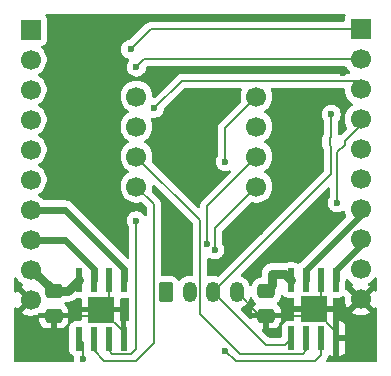
<source format=gbr>
%TF.GenerationSoftware,KiCad,Pcbnew,9.0.2*%
%TF.CreationDate,2025-06-04T21:23:03+09:00*%
%TF.ProjectId,rp2350-motor-board,72703233-3530-42d6-9d6f-746f722d626f,rev?*%
%TF.SameCoordinates,Original*%
%TF.FileFunction,Copper,L2,Bot*%
%TF.FilePolarity,Positive*%
%FSLAX46Y46*%
G04 Gerber Fmt 4.6, Leading zero omitted, Abs format (unit mm)*
G04 Created by KiCad (PCBNEW 9.0.2) date 2025-06-04 21:23:03*
%MOMM*%
%LPD*%
G01*
G04 APERTURE LIST*
G04 Aperture macros list*
%AMRoundRect*
0 Rectangle with rounded corners*
0 $1 Rounding radius*
0 $2 $3 $4 $5 $6 $7 $8 $9 X,Y pos of 4 corners*
0 Add a 4 corners polygon primitive as box body*
4,1,4,$2,$3,$4,$5,$6,$7,$8,$9,$2,$3,0*
0 Add four circle primitives for the rounded corners*
1,1,$1+$1,$2,$3*
1,1,$1+$1,$4,$5*
1,1,$1+$1,$6,$7*
1,1,$1+$1,$8,$9*
0 Add four rect primitives between the rounded corners*
20,1,$1+$1,$2,$3,$4,$5,0*
20,1,$1+$1,$4,$5,$6,$7,0*
20,1,$1+$1,$6,$7,$8,$9,0*
20,1,$1+$1,$8,$9,$2,$3,0*%
G04 Aperture macros list end*
%TA.AperFunction,ComponentPad*%
%ADD10R,1.700000X1.700000*%
%TD*%
%TA.AperFunction,ComponentPad*%
%ADD11C,1.700000*%
%TD*%
%TA.AperFunction,ComponentPad*%
%ADD12RoundRect,0.250000X-0.350000X-0.625000X0.350000X-0.625000X0.350000X0.625000X-0.350000X0.625000X0*%
%TD*%
%TA.AperFunction,ComponentPad*%
%ADD13O,1.200000X1.750000*%
%TD*%
%TA.AperFunction,SMDPad,CuDef*%
%ADD14RoundRect,0.250000X-0.475000X0.337500X-0.475000X-0.337500X0.475000X-0.337500X0.475000X0.337500X0*%
%TD*%
%TA.AperFunction,SMDPad,CuDef*%
%ADD15RoundRect,0.072500X0.217500X-0.912500X0.217500X0.912500X-0.217500X0.912500X-0.217500X-0.912500X0*%
%TD*%
%TA.AperFunction,ComponentPad*%
%ADD16C,2.000000*%
%TD*%
%TA.AperFunction,SMDPad,CuDef*%
%ADD17R,2.285000X2.285000*%
%TD*%
%TA.AperFunction,ViaPad*%
%ADD18C,0.600000*%
%TD*%
%TA.AperFunction,Conductor*%
%ADD19C,0.200000*%
%TD*%
%TA.AperFunction,Conductor*%
%ADD20C,0.800000*%
%TD*%
%TA.AperFunction,Conductor*%
%ADD21C,0.600000*%
%TD*%
G04 APERTURE END LIST*
D10*
%TO.P,J2,1,Pin_1*%
%TO.N,/ADC0*%
X30480000Y28700000D03*
D11*
%TO.P,J2,2,Pin_2*%
%TO.N,/ADC1*%
X30480000Y26160000D03*
%TO.P,J2,3,Pin_3*%
%TO.N,/ADC2*%
X30480000Y23620000D03*
%TO.P,J2,4,Pin_4*%
%TO.N,/PHOTO*%
X30480000Y21080000D03*
%TO.P,J2,5,Pin_5*%
%TO.N,/MOTOR2_ENC_A*%
X30480000Y18540000D03*
%TO.P,J2,6,Pin_6*%
%TO.N,/MOTOR2_ENC_B*%
X30480000Y16000000D03*
%TO.P,J2,7,Pin_7*%
%TO.N,/MOTOR2_OUT1*%
X30480000Y13460000D03*
%TO.P,J2,8,Pin_8*%
%TO.N,/MOTOR2_OUT2*%
X30480000Y10920000D03*
%TO.P,J2,9,Pin_9*%
%TO.N,+BATT1*%
X30480000Y8380000D03*
%TO.P,J2,10,Pin_10*%
%TO.N,GND*%
X30480000Y5840000D03*
%TD*%
D12*
%TO.P,Grove1,1,Pin_1*%
%TO.N,/SCL0*%
X14000000Y6450000D03*
D13*
%TO.P,Grove1,2,Pin_2*%
%TO.N,/SDA0*%
X16000000Y6450000D03*
%TO.P,Grove1,3,Pin_3*%
%TO.N,VCC*%
X18000000Y6450000D03*
%TO.P,Grove1,4,Pin_4*%
%TO.N,GND*%
X20000000Y6450000D03*
%TD*%
D10*
%TO.P,J1,1,Pin_1*%
%TO.N,+5V*%
X2540000Y28660000D03*
D11*
%TO.P,J1,2,Pin_2*%
%TO.N,/PICO_TX*%
X2540000Y26120000D03*
%TO.P,J1,3,Pin_3*%
%TO.N,/PICO_RX*%
X2540000Y23580000D03*
%TO.P,J1,4,Pin_4*%
%TO.N,/SERVO_PWM*%
X2540000Y21040000D03*
%TO.P,J1,5,Pin_5*%
%TO.N,/MOTOR1_ENC_A*%
X2540000Y18500000D03*
%TO.P,J1,6,Pin_6*%
%TO.N,/MOTOR1_ENC_B*%
X2540000Y15960000D03*
%TO.P,J1,7,Pin_7*%
%TO.N,/MOTOR1_OUT1*%
X2540000Y13420000D03*
%TO.P,J1,8,Pin_8*%
%TO.N,/MOTOR1_OUT2*%
X2540000Y10880000D03*
%TO.P,J1,9,Pin_9*%
%TO.N,+BATT*%
X2540000Y8340000D03*
%TO.P,J1,10,Pin_10*%
%TO.N,GND*%
X2540000Y5800000D03*
%TD*%
%TO.P,U2,15,GPIO21/D11/RX1*%
%TO.N,/MOTOR2_IN2*%
X21660000Y23000000D03*
%TO.P,U2,16,GPIO20/D12/TX1*%
%TO.N,/MOTOR1_IN1*%
X21660000Y20460000D03*
%TO.P,U2,17,GPIO17/D13/SCL0*%
%TO.N,/SCL0*%
X21660000Y17920000D03*
%TO.P,U2,18,GPIO16/D14/SDA0*%
%TO.N,/SDA0*%
X21660000Y15380000D03*
%TO.P,U2,19,GPIO11/D15/SPI1_MOSI*%
%TO.N,/MOTOR1_IN2*%
X11500000Y15380000D03*
%TO.P,U2,20,GPIO12/D16/SPI1_MISO*%
%TO.N,/MOTOR2_IN1*%
X11500000Y17920000D03*
%TO.P,U2,21,GPIO10/D17/SPI1_SCK*%
%TO.N,unconnected-(U2-GPIO10{slash}D17{slash}SPI1_SCK-Pad21)*%
X11500000Y20460000D03*
%TO.P,U2,22,GPIO9/D18/SPI1_CS*%
%TO.N,unconnected-(U2-GPIO9{slash}D18{slash}SPI1_CS-Pad22)*%
X11500000Y23000000D03*
%TD*%
D14*
%TO.P,C4,1*%
%TO.N,+BATT*%
X4500000Y6537500D03*
%TO.P,C4,2*%
%TO.N,GND*%
X4500000Y4462500D03*
%TD*%
%TO.P,C2,1*%
%TO.N,+BATT1*%
X22500000Y6537500D03*
%TO.P,C2,2*%
%TO.N,GND*%
X22500000Y4462500D03*
%TD*%
D15*
%TO.P,U1,1,GND*%
%TO.N,GND*%
X28405000Y2530000D03*
%TO.P,U1,2,IN2*%
%TO.N,/MOTOR2_IN2*%
X27135000Y2530000D03*
%TO.P,U1,3,IN1*%
%TO.N,/MOTOR2_IN1*%
X25865000Y2530000D03*
%TO.P,U1,4,VREF*%
%TO.N,VCC*%
X24595000Y2530000D03*
%TO.P,U1,5,VM*%
%TO.N,+BATT1*%
X24595000Y7470000D03*
%TO.P,U1,6,OUT1*%
%TO.N,/MOTOR2_OUT1*%
X25865000Y7470000D03*
%TO.P,U1,7,RS*%
%TO.N,GND*%
X27135000Y7470000D03*
%TO.P,U1,8,OUT2*%
%TO.N,/MOTOR2_OUT2*%
X28405000Y7470000D03*
D16*
%TO.P,U1,9,GND__1*%
%TO.N,GND*%
X26500000Y5000000D03*
D17*
X26500000Y5000000D03*
%TD*%
D15*
%TO.P,U3,1,GND*%
%TO.N,GND*%
X10405000Y2500000D03*
%TO.P,U3,2,IN2*%
%TO.N,/MOTOR1_IN1*%
X9135000Y2500000D03*
%TO.P,U3,3,IN1*%
%TO.N,/MOTOR1_IN2*%
X7865000Y2500000D03*
%TO.P,U3,4,VREF*%
%TO.N,VCC*%
X6595000Y2500000D03*
%TO.P,U3,5,VM*%
%TO.N,+BATT*%
X6595000Y7440000D03*
%TO.P,U3,6,OUT1*%
%TO.N,/MOTOR1_OUT2*%
X7865000Y7440000D03*
%TO.P,U3,7,RS*%
%TO.N,GND*%
X9135000Y7440000D03*
%TO.P,U3,8,OUT2*%
%TO.N,/MOTOR1_OUT1*%
X10405000Y7440000D03*
D16*
%TO.P,U3,9,GND__1*%
%TO.N,GND*%
X8500000Y4970000D03*
D17*
X8500000Y4970000D03*
%TD*%
D18*
%TO.N,GND*%
X16000000Y16500000D03*
X29000000Y22500000D03*
X17000000Y16500000D03*
X21000000Y11500000D03*
X3500000Y2000000D03*
X28000000Y12500000D03*
X14500000Y19000000D03*
X13500000Y19000000D03*
X21000000Y12500000D03*
X29000000Y25000000D03*
X3500000Y1000000D03*
X1500000Y2000000D03*
X16000000Y17500000D03*
X15500000Y11500000D03*
X14500000Y11500000D03*
X2500000Y2000000D03*
X2500000Y1000000D03*
X22000000Y12500000D03*
X15500000Y10500000D03*
X14500000Y10500000D03*
X14500000Y20000000D03*
X17000000Y17500000D03*
X13500000Y20000000D03*
X1500000Y1000000D03*
X27940000Y23500001D03*
X22000000Y11500000D03*
%TO.N,/ADC0*%
X11000000Y27000000D03*
%TO.N,/ADC2*%
X13000000Y22000000D03*
%TO.N,/ADC1*%
X11500000Y25500000D03*
%TO.N,/PHOTO*%
X28500000Y14000000D03*
%TO.N,/MOTOR2_IN2*%
X19000000Y17500000D03*
X19000000Y1500000D03*
%TO.N,/MOTOR1_IN1*%
X11500000Y12500000D03*
%TO.N,VCC*%
X28000000Y21500000D03*
X7000000Y800000D03*
%TO.N,/SCL0*%
X17500000Y10500000D03*
%TO.N,/SDA0*%
X18150000Y10014677D03*
%TO.N,+BATT1*%
X23000000Y8000000D03*
%TD*%
D19*
%TO.N,GND*%
X21987500Y4462500D02*
X22500000Y4462500D01*
X10405000Y3065000D02*
X10405000Y2500000D01*
X28405000Y3095000D02*
X28405000Y2530000D01*
X27135000Y7470000D02*
X27135000Y5635000D01*
X25962500Y4462500D02*
X26500000Y5000000D01*
X4500000Y4462500D02*
X7992500Y4462500D01*
X9135000Y5605000D02*
X8500000Y4970000D01*
X8500000Y4970000D02*
X10405000Y3065000D01*
X22500000Y4462500D02*
X25962500Y4462500D01*
X9135000Y7440000D02*
X9135000Y5605000D01*
X7992500Y4462500D02*
X8500000Y4970000D01*
X20000000Y6450000D02*
X21987500Y4462500D01*
X26500000Y5000000D02*
X28405000Y3095000D01*
X27135000Y5635000D02*
X26500000Y5000000D01*
D20*
%TO.N,+BATT*%
X5692500Y6537500D02*
X6595000Y7440000D01*
X4500000Y6537500D02*
X5692500Y6537500D01*
X2540000Y8340000D02*
X2697500Y8340000D01*
X2697500Y8340000D02*
X4500000Y6537500D01*
D21*
%TO.N,/MOTOR1_OUT1*%
X10405000Y8424999D02*
X10405000Y7440000D01*
X2000000Y13420000D02*
X5409999Y13420000D01*
X2000000Y13420000D02*
X2000000Y13500000D01*
X5409999Y13420000D02*
X10405000Y8424999D01*
%TO.N,/MOTOR1_OUT2*%
X7865000Y8424999D02*
X5409999Y10880000D01*
X7865000Y7440000D02*
X7865000Y8424999D01*
X5409999Y10880000D02*
X2000000Y10880000D01*
D19*
%TO.N,/ADC0*%
X30480000Y28700000D02*
X12700000Y28700000D01*
X12700000Y28700000D02*
X11000000Y27000000D01*
D21*
%TO.N,/MOTOR2_OUT2*%
X28405000Y7470000D02*
X28405000Y8325000D01*
X30480000Y10400000D02*
X30480000Y10920000D01*
X28405000Y8325000D02*
X30480000Y10400000D01*
D19*
%TO.N,/ADC2*%
X30480000Y24140000D02*
X30269997Y24350003D01*
X30480000Y23620000D02*
X30480000Y24140000D01*
X15350003Y24350003D02*
X13000000Y22000000D01*
X30269997Y24350003D02*
X15350003Y24350003D01*
D21*
%TO.N,/MOTOR2_OUT1*%
X25865000Y8325000D02*
X25865000Y7470000D01*
X30480000Y12940000D02*
X25865000Y8325000D01*
X30480000Y13460000D02*
X30480000Y12940000D01*
D19*
%TO.N,/ADC1*%
X30480000Y26160000D02*
X12160000Y26160000D01*
X12160000Y26160000D02*
X11500000Y25500000D01*
%TO.N,/PHOTO*%
X29150000Y18920761D02*
X28500000Y18270761D01*
X28500000Y18270761D02*
X28500000Y14000000D01*
X30480000Y20560000D02*
X29150000Y19230000D01*
X29150000Y19230000D02*
X29150000Y18920761D01*
X30480000Y21080000D02*
X30480000Y20560000D01*
%TO.N,/MOTOR2_IN2*%
X19000000Y17500000D02*
X19000000Y20340000D01*
X26601000Y601000D02*
X19899000Y601000D01*
X27135000Y2530000D02*
X27135000Y1135000D01*
X19000000Y20340000D02*
X21660000Y23000000D01*
X19899000Y601000D02*
X19000000Y1500000D01*
X27135000Y1135000D02*
X26601000Y601000D01*
%TO.N,/MOTOR2_IN1*%
X25563999Y1244000D02*
X20256000Y1244000D01*
X25865000Y2530000D02*
X25865000Y1545001D01*
X16901000Y10179761D02*
X16850000Y10230761D01*
X20256000Y1244000D02*
X16901000Y4599000D01*
X16850000Y12570000D02*
X11500000Y17920000D01*
X16901000Y4599000D02*
X16901000Y10179761D01*
X16850000Y10230761D02*
X16850000Y12570000D01*
X25865000Y1545001D02*
X25563999Y1244000D01*
%TO.N,/MOTOR1_IN2*%
X11500000Y601000D02*
X13000000Y2101000D01*
X13000000Y2101000D02*
X13000000Y13880000D01*
X8779001Y601000D02*
X11500000Y601000D01*
X13000000Y13880000D02*
X11500000Y15380000D01*
X7865000Y1515001D02*
X8779001Y601000D01*
X7865000Y2500000D02*
X7865000Y1515001D01*
%TO.N,/MOTOR1_IN1*%
X11500000Y1644349D02*
X11500000Y12500000D01*
X11050326Y1194675D02*
X11500000Y1644349D01*
X9455326Y1194675D02*
X11050326Y1194675D01*
X9135000Y2500000D02*
X9135000Y1515001D01*
X9135000Y1515001D02*
X9455326Y1194675D01*
%TO.N,VCC*%
X24065000Y2000000D02*
X24595000Y2530000D01*
X27850000Y19459239D02*
X27850000Y18920761D01*
X18000000Y6450000D02*
X22450000Y2000000D01*
X7000000Y2095000D02*
X6595000Y2500000D01*
X6595000Y2500000D02*
X6595000Y1515001D01*
X22450000Y2000000D02*
X24065000Y2000000D01*
X28000000Y18770761D02*
X28000000Y16450000D01*
X28000000Y19609239D02*
X27850000Y19459239D01*
X28000000Y16450000D02*
X18000000Y6450000D01*
X7000000Y800000D02*
X7000000Y2095000D01*
X28000000Y21500000D02*
X28000000Y19609239D01*
X27850000Y18920761D02*
X28000000Y18770761D01*
%TO.N,/SCL0*%
X17500000Y10500000D02*
X17500000Y13760000D01*
X17500000Y13760000D02*
X21660000Y17920000D01*
%TO.N,/SDA0*%
X21660000Y15380000D02*
X18150000Y11870000D01*
X18150000Y11870000D02*
X18150000Y10014677D01*
D20*
%TO.N,+BATT1*%
X24065000Y8000000D02*
X24595000Y7470000D01*
X23000000Y8000000D02*
X24065000Y8000000D01*
X23000000Y7037500D02*
X22500000Y6537500D01*
X23000000Y8000000D02*
X23000000Y7037500D01*
%TD*%
%TA.AperFunction,Conductor*%
%TO.N,GND*%
G36*
X6800539Y5934816D02*
G01*
X6846294Y5882012D01*
X6857500Y5830501D01*
X6857500Y5220000D01*
X8066988Y5220000D01*
X8034075Y5162993D01*
X8000000Y5035826D01*
X8000000Y4904174D01*
X8034075Y4777007D01*
X8066988Y4720000D01*
X6857500Y4720000D01*
X6857500Y4109500D01*
X6837815Y4042461D01*
X6785011Y3996706D01*
X6733500Y3985500D01*
X6339945Y3985500D01*
X6227924Y3970753D01*
X6227913Y3970750D01*
X6088532Y3913017D01*
X6088531Y3913017D01*
X6016710Y3857907D01*
X5968832Y3821168D01*
X5968831Y3821167D01*
X5968830Y3821166D01*
X5887327Y3714952D01*
X5887322Y3714943D01*
X5876986Y3701472D01*
X5859960Y3660370D01*
X5859955Y3660358D01*
X5819248Y3562081D01*
X5804500Y3450061D01*
X5804500Y1549946D01*
X5819247Y1437925D01*
X5819250Y1437914D01*
X5876983Y1298533D01*
X5876983Y1298532D01*
X5876985Y1298529D01*
X5876986Y1298528D01*
X5968832Y1178832D01*
X6088528Y1086986D01*
X6135284Y1067619D01*
X6189687Y1023779D01*
X6211753Y957485D01*
X6209450Y928869D01*
X6199500Y878843D01*
X6199500Y721154D01*
X6213914Y648691D01*
X6207687Y579100D01*
X6164824Y523922D01*
X6098934Y500678D01*
X6092297Y500500D01*
X1259500Y500500D01*
X1192461Y520185D01*
X1146706Y572989D01*
X1135500Y624500D01*
X1135500Y4075014D01*
X3275001Y4075014D01*
X3285494Y3972303D01*
X3340641Y3805881D01*
X3340643Y3805876D01*
X3432684Y3656655D01*
X3556654Y3532685D01*
X3705875Y3440644D01*
X3705880Y3440642D01*
X3872302Y3385495D01*
X3872309Y3385494D01*
X3975019Y3375001D01*
X4249999Y3375001D01*
X4750000Y3375001D01*
X5024972Y3375001D01*
X5024986Y3375002D01*
X5127697Y3385495D01*
X5294119Y3440642D01*
X5294124Y3440644D01*
X5443345Y3532685D01*
X5567317Y3656657D01*
X5638697Y3772384D01*
X5666891Y3828615D01*
X5714505Y3972303D01*
X5714506Y3972310D01*
X5724999Y4075014D01*
X5725000Y4075027D01*
X5725000Y4212500D01*
X4750000Y4212500D01*
X4750000Y3375001D01*
X4249999Y3375001D01*
X4250000Y3375002D01*
X4250000Y4212500D01*
X3275001Y4212500D01*
X3275001Y4075014D01*
X1135500Y4075014D01*
X1135500Y5066360D01*
X1155185Y5133399D01*
X1207989Y5179154D01*
X1277147Y5189098D01*
X1340703Y5160073D01*
X1369985Y5122655D01*
X1385375Y5092450D01*
X1424728Y5038284D01*
X2057037Y5670592D01*
X2074075Y5607007D01*
X2139901Y5492993D01*
X2232993Y5399901D01*
X2347007Y5334075D01*
X2410589Y5317038D01*
X1778282Y4684731D01*
X1778282Y4684730D01*
X1832449Y4645376D01*
X2021782Y4548905D01*
X2223870Y4483243D01*
X2433754Y4450000D01*
X2646246Y4450000D01*
X2856127Y4483243D01*
X2856130Y4483243D01*
X3058222Y4548908D01*
X3145000Y4593124D01*
X3147605Y4597375D01*
X3164685Y4655539D01*
X3217489Y4701294D01*
X3269000Y4712500D01*
X5724999Y4712500D01*
X5724999Y4849972D01*
X5724998Y4849987D01*
X5714505Y4952698D01*
X5659358Y5119120D01*
X5659356Y5119125D01*
X5567315Y5268346D01*
X5443344Y5392317D01*
X5443341Y5392319D01*
X5440339Y5394171D01*
X5438713Y5395979D01*
X5437677Y5396798D01*
X5437817Y5396976D01*
X5417910Y5419109D01*
X5394904Y5443512D01*
X5394626Y5444998D01*
X5393617Y5446120D01*
X5388233Y5479208D01*
X5382070Y5512193D01*
X5382639Y5513593D01*
X5382397Y5515083D01*
X5395755Y5545825D01*
X5408405Y5576910D01*
X5409802Y5578150D01*
X5410243Y5579164D01*
X5434086Y5601120D01*
X5437141Y5603270D01*
X5443656Y5607288D01*
X5445563Y5609196D01*
X5452979Y5614413D01*
X5482900Y5624580D01*
X5512217Y5636407D01*
X5518635Y5636722D01*
X5519135Y5636891D01*
X5519623Y5636770D01*
X5524333Y5637000D01*
X5781193Y5637000D01*
X5781194Y5637001D01*
X5955166Y5671605D01*
X6037106Y5705547D01*
X6119047Y5739487D01*
X6207459Y5798564D01*
X6266536Y5838036D01*
X6346680Y5918181D01*
X6408002Y5951667D01*
X6434362Y5954501D01*
X6733500Y5954501D01*
X6800539Y5934816D01*
G37*
%TD.AperFunction*%
%TA.AperFunction,Conductor*%
G36*
X29067230Y6085137D02*
G01*
X29117220Y6036324D01*
X29132885Y5968233D01*
X29131578Y5956210D01*
X29130000Y5946245D01*
X29130000Y5733754D01*
X29163242Y5523873D01*
X29163242Y5523870D01*
X29228904Y5321783D01*
X29325375Y5132450D01*
X29364728Y5078284D01*
X29997037Y5710592D01*
X30014075Y5647007D01*
X30079901Y5532993D01*
X30172993Y5439901D01*
X30287007Y5374075D01*
X30350590Y5357038D01*
X29718282Y4724731D01*
X29718282Y4724730D01*
X29772449Y4685376D01*
X29961782Y4588905D01*
X30163870Y4523243D01*
X30373754Y4490000D01*
X30586246Y4490000D01*
X30796127Y4523243D01*
X30796130Y4523243D01*
X30998217Y4588905D01*
X31187554Y4685378D01*
X31241716Y4724730D01*
X31241717Y4724730D01*
X30609408Y5357038D01*
X30672993Y5374075D01*
X30787007Y5439901D01*
X30880099Y5532993D01*
X30945925Y5647007D01*
X30962962Y5710592D01*
X31595270Y5078283D01*
X31595270Y5078284D01*
X31634627Y5132453D01*
X31634772Y5132688D01*
X31634850Y5132759D01*
X31637487Y5136388D01*
X31638249Y5135835D01*
X31686583Y5179564D01*
X31755512Y5190988D01*
X31819675Y5163332D01*
X31858701Y5105377D01*
X31864500Y5067900D01*
X31864500Y624500D01*
X31844815Y557461D01*
X31792011Y511706D01*
X31740500Y500500D01*
X27649098Y500500D01*
X27582059Y520185D01*
X27536304Y572989D01*
X27526360Y642147D01*
X27549117Y697847D01*
X27554718Y705483D01*
X27615520Y766284D01*
X27671976Y864069D01*
X27694577Y903215D01*
X27730045Y1035584D01*
X27766408Y1095240D01*
X27829255Y1125769D01*
X27897270Y1118047D01*
X28038044Y1059738D01*
X28038049Y1059737D01*
X28149979Y1045001D01*
X28155000Y1045001D01*
X28655000Y1045001D01*
X28660023Y1045001D01*
X28771949Y1059736D01*
X28771954Y1059738D01*
X28911217Y1117421D01*
X29030811Y1209189D01*
X29122579Y1328783D01*
X29180262Y1468045D01*
X29180263Y1468049D01*
X29194999Y1579970D01*
X29195000Y1579984D01*
X29195000Y2280000D01*
X28655000Y2280000D01*
X28655000Y1045001D01*
X28155000Y1045001D01*
X28155000Y2780000D01*
X28655000Y2780000D01*
X29194999Y2780000D01*
X29194999Y3480023D01*
X29180264Y3591950D01*
X29180262Y3591955D01*
X29122579Y3731218D01*
X29030811Y3850812D01*
X28911217Y3942580D01*
X28771955Y4000263D01*
X28771951Y4000264D01*
X28660030Y4015000D01*
X28655000Y4015000D01*
X28655000Y2780000D01*
X28155000Y2780000D01*
X28155000Y4034806D01*
X28145336Y4052500D01*
X28145332Y4052529D01*
X28145327Y4052539D01*
X28145328Y4052566D01*
X28142500Y4078868D01*
X28142500Y4750000D01*
X26933012Y4750000D01*
X26965925Y4807007D01*
X27000000Y4934174D01*
X27000000Y5065826D01*
X26965925Y5192993D01*
X26933012Y5250000D01*
X28142500Y5250000D01*
X28142500Y5860501D01*
X28162185Y5927540D01*
X28214989Y5973295D01*
X28266496Y5984501D01*
X28660052Y5984501D01*
X28660054Y5984501D01*
X28772075Y5999248D01*
X28772074Y5999248D01*
X28772083Y5999249D01*
X28911472Y6056986D01*
X28933616Y6073979D01*
X28998785Y6099174D01*
X29067230Y6085137D01*
G37*
%TD.AperFunction*%
%TA.AperFunction,Conductor*%
G36*
X10828350Y5956803D02*
G01*
X10880606Y5910423D01*
X10899500Y5844630D01*
X10899500Y4094867D01*
X10879815Y4027828D01*
X10827011Y3982073D01*
X10759315Y3971928D01*
X10660032Y3984999D01*
X10660016Y3985000D01*
X10655000Y3985000D01*
X10655000Y2624000D01*
X10635315Y2556961D01*
X10582511Y2511206D01*
X10531000Y2500000D01*
X10279000Y2500000D01*
X10211961Y2519685D01*
X10166206Y2572489D01*
X10155000Y2624000D01*
X10155000Y4004806D01*
X10145336Y4022500D01*
X10142500Y4048868D01*
X10142500Y4720000D01*
X8933012Y4720000D01*
X8965925Y4777007D01*
X9000000Y4904174D01*
X9000000Y5035826D01*
X8965925Y5162993D01*
X8933012Y5220000D01*
X10142500Y5220000D01*
X10142500Y5830501D01*
X10162185Y5897540D01*
X10214989Y5943295D01*
X10266496Y5954501D01*
X10660052Y5954501D01*
X10660053Y5954501D01*
X10677539Y5956803D01*
X10759317Y5967569D01*
X10828350Y5956803D01*
G37*
%TD.AperFunction*%
%TA.AperFunction,Conductor*%
G36*
X23935927Y6190687D02*
G01*
X23943995Y6181200D01*
X23968832Y6148832D01*
X24088528Y6056986D01*
X24088531Y6056985D01*
X24088532Y6056984D01*
X24146452Y6032993D01*
X24227917Y5999249D01*
X24339947Y5984500D01*
X24733500Y5984501D01*
X24800539Y5964817D01*
X24846294Y5912013D01*
X24857500Y5860501D01*
X24857500Y5250000D01*
X26066988Y5250000D01*
X26034075Y5192993D01*
X26000000Y5065826D01*
X26000000Y4934174D01*
X26034075Y4807007D01*
X26066988Y4750000D01*
X24857500Y4750000D01*
X24857500Y4139500D01*
X24837815Y4072461D01*
X24785011Y4026706D01*
X24733500Y4015500D01*
X24339945Y4015500D01*
X24227924Y4000753D01*
X24227913Y4000750D01*
X24088532Y3943017D01*
X24088531Y3943017D01*
X24049435Y3913017D01*
X23968832Y3851168D01*
X23968831Y3851167D01*
X23968830Y3851166D01*
X23905141Y3768166D01*
X23905138Y3768162D01*
X23876986Y3731472D01*
X23822325Y3599511D01*
X23822315Y3599489D01*
X23819251Y3592090D01*
X23819249Y3592083D01*
X23804500Y3480061D01*
X23804500Y2724500D01*
X23784815Y2657461D01*
X23732011Y2611706D01*
X23680500Y2600500D01*
X22750097Y2600500D01*
X22683058Y2620185D01*
X22662416Y2636819D01*
X22135915Y3163320D01*
X22102430Y3224643D01*
X22107414Y3294335D01*
X22149286Y3350268D01*
X22214750Y3374685D01*
X22223596Y3375001D01*
X22249999Y3375001D01*
X22750000Y3375001D01*
X23024972Y3375001D01*
X23024986Y3375002D01*
X23127697Y3385495D01*
X23294119Y3440642D01*
X23294124Y3440644D01*
X23443345Y3532685D01*
X23567316Y3656656D01*
X23600595Y3710612D01*
X23684225Y3880925D01*
X23714505Y3972303D01*
X23714506Y3972310D01*
X23724999Y4075014D01*
X23725000Y4075027D01*
X23725000Y4212500D01*
X22750000Y4212500D01*
X22750000Y3375001D01*
X22249999Y3375001D01*
X22250000Y3375002D01*
X22250000Y4212500D01*
X21275001Y4212500D01*
X21268549Y4206048D01*
X21207226Y4172563D01*
X21137534Y4177547D01*
X21093187Y4206048D01*
X20355052Y4944183D01*
X20321567Y5005506D01*
X20326551Y5075198D01*
X20368423Y5131131D01*
X20404418Y5149796D01*
X20422256Y5155592D01*
X20576524Y5234196D01*
X20716602Y5335968D01*
X20839032Y5458398D01*
X20940804Y5598476D01*
X21019408Y5752743D01*
X21072912Y5917412D01*
X21075635Y5934602D01*
X21105562Y5997737D01*
X21164873Y6034671D01*
X21234735Y6033675D01*
X21292969Y5995068D01*
X21315814Y5954214D01*
X21340186Y5880666D01*
X21432288Y5731344D01*
X21556344Y5607288D01*
X21556800Y5607007D01*
X21559653Y5605247D01*
X21561445Y5603254D01*
X21562011Y5602807D01*
X21561934Y5602711D01*
X21606379Y5553301D01*
X21617603Y5484339D01*
X21589761Y5420256D01*
X21559665Y5394174D01*
X21556660Y5392321D01*
X21556655Y5392317D01*
X21432684Y5268346D01*
X21340643Y5119125D01*
X21340641Y5119120D01*
X21285494Y4952698D01*
X21285493Y4952691D01*
X21275000Y4849987D01*
X21275000Y4712500D01*
X23724999Y4712500D01*
X23724999Y4849972D01*
X23724998Y4849987D01*
X23714505Y4952698D01*
X23659358Y5119120D01*
X23659356Y5119125D01*
X23567315Y5268346D01*
X23443344Y5392317D01*
X23443341Y5392319D01*
X23440339Y5394171D01*
X23438713Y5395979D01*
X23437677Y5396798D01*
X23437817Y5396976D01*
X23393617Y5446120D01*
X23382397Y5515083D01*
X23410243Y5579164D01*
X23440344Y5605246D01*
X23443656Y5607288D01*
X23567712Y5731344D01*
X23659814Y5880666D01*
X23714999Y6047203D01*
X23722263Y6118315D01*
X23748658Y6183004D01*
X23805839Y6223156D01*
X23875650Y6226020D01*
X23935927Y6190687D01*
G37*
%TD.AperFunction*%
%TA.AperFunction,Conductor*%
G36*
X1340703Y7698971D02*
G01*
X1369985Y7661553D01*
X1384951Y7632180D01*
X1509890Y7460214D01*
X1660213Y7309891D01*
X1832179Y7184952D01*
X1832181Y7184951D01*
X1832184Y7184949D01*
X1841493Y7180206D01*
X1892290Y7132234D01*
X1909087Y7064413D01*
X1886552Y6998278D01*
X1841505Y6959240D01*
X1832446Y6954624D01*
X1832440Y6954620D01*
X1778282Y6915273D01*
X1778282Y6915272D01*
X2410591Y6282963D01*
X2347007Y6265925D01*
X2232993Y6200099D01*
X2139901Y6107007D01*
X2074075Y5992993D01*
X2057037Y5929409D01*
X1424728Y6561718D01*
X1424727Y6561718D01*
X1385380Y6507560D01*
X1385378Y6507557D01*
X1369984Y6477344D01*
X1322009Y6426549D01*
X1254188Y6409754D01*
X1188054Y6432292D01*
X1144603Y6487007D01*
X1135500Y6533640D01*
X1135500Y7605258D01*
X1155185Y7672297D01*
X1207989Y7718052D01*
X1277147Y7727996D01*
X1340703Y7698971D01*
G37*
%TD.AperFunction*%
%TA.AperFunction,Conductor*%
G36*
X29351740Y7575598D02*
G01*
X29356781Y7575919D01*
X29383201Y7561230D01*
X29410703Y7548670D01*
X29415821Y7543094D01*
X29417847Y7541967D01*
X29419240Y7539368D01*
X29429819Y7527842D01*
X29449896Y7500208D01*
X29600213Y7349891D01*
X29772179Y7224952D01*
X29772181Y7224951D01*
X29772184Y7224949D01*
X29781493Y7220206D01*
X29832290Y7172234D01*
X29849087Y7104413D01*
X29826552Y7038278D01*
X29781505Y6999240D01*
X29772446Y6994624D01*
X29772440Y6994620D01*
X29718282Y6955273D01*
X29718282Y6955272D01*
X30350591Y6322963D01*
X30287007Y6305925D01*
X30172993Y6240099D01*
X30079901Y6147007D01*
X30014075Y6032993D01*
X29997037Y5969409D01*
X29364728Y6601718D01*
X29329228Y6598924D01*
X29260851Y6613288D01*
X29211094Y6662340D01*
X29195499Y6722540D01*
X29195499Y7328670D01*
X29195886Y7338458D01*
X29196461Y7345720D01*
X29205500Y7391158D01*
X29205500Y7459860D01*
X29205887Y7464746D01*
X29216667Y7492991D01*
X29225185Y7521996D01*
X29229001Y7525304D01*
X29230803Y7530022D01*
X29255144Y7547956D01*
X29277989Y7567751D01*
X29282987Y7568470D01*
X29287054Y7571466D01*
X29317227Y7573393D01*
X29347147Y7577695D01*
X29351740Y7575598D01*
G37*
%TD.AperFunction*%
%TA.AperFunction,Conductor*%
G36*
X31819670Y7702376D02*
G01*
X31858699Y7644424D01*
X31864500Y7606940D01*
X31864500Y6612100D01*
X31844815Y6545061D01*
X31792011Y6499306D01*
X31722853Y6489362D01*
X31659297Y6518387D01*
X31637746Y6543801D01*
X31637486Y6543612D01*
X31634972Y6547072D01*
X31634778Y6547301D01*
X31634627Y6547546D01*
X31595270Y6601718D01*
X31595269Y6601718D01*
X30962962Y5969410D01*
X30945925Y6032993D01*
X30880099Y6147007D01*
X30787007Y6240099D01*
X30672993Y6305925D01*
X30609409Y6322963D01*
X31241716Y6955272D01*
X31187547Y6994627D01*
X31187547Y6994628D01*
X31178500Y6999237D01*
X31127706Y7047212D01*
X31110912Y7115034D01*
X31133451Y7181168D01*
X31178508Y7220207D01*
X31187816Y7224949D01*
X31302311Y7308134D01*
X31359786Y7349891D01*
X31359788Y7349894D01*
X31359792Y7349896D01*
X31510104Y7500208D01*
X31510106Y7500212D01*
X31510109Y7500214D01*
X31637915Y7676125D01*
X31638868Y7675433D01*
X31686577Y7718601D01*
X31755505Y7730029D01*
X31819670Y7702376D01*
G37*
%TD.AperFunction*%
%TA.AperFunction,Conductor*%
G36*
X27818834Y15317086D02*
G01*
X27874767Y15275214D01*
X27899184Y15209750D01*
X27899500Y15200904D01*
X27899500Y14579766D01*
X27879815Y14512727D01*
X27878602Y14510875D01*
X27790609Y14379186D01*
X27790602Y14379173D01*
X27730264Y14233502D01*
X27730261Y14233490D01*
X27699500Y14078847D01*
X27699500Y13921154D01*
X27730261Y13766511D01*
X27730264Y13766499D01*
X27790602Y13620828D01*
X27790609Y13620815D01*
X27878210Y13489712D01*
X27878213Y13489708D01*
X27989707Y13378214D01*
X27989711Y13378211D01*
X28120814Y13290610D01*
X28120827Y13290603D01*
X28202977Y13256576D01*
X28266503Y13230263D01*
X28421153Y13199501D01*
X28421156Y13199500D01*
X28421158Y13199500D01*
X28578844Y13199500D01*
X28578845Y13199501D01*
X28733497Y13230263D01*
X28879179Y13290606D01*
X28953522Y13340281D01*
X29020198Y13361158D01*
X29087578Y13342674D01*
X29134269Y13290695D01*
X29144885Y13256576D01*
X29162753Y13143761D01*
X29162753Y13143760D01*
X29228442Y12941589D01*
X29230306Y12937090D01*
X29229341Y12936691D01*
X29241303Y12872985D01*
X29215024Y12808246D01*
X29205603Y12797683D01*
X25354712Y8946791D01*
X25354711Y8946789D01*
X25323390Y8915468D01*
X25285568Y8877647D01*
X25224244Y8844163D01*
X25154553Y8849149D01*
X25122402Y8866954D01*
X25101472Y8883014D01*
X25101467Y8883017D01*
X24962086Y8940750D01*
X24962084Y8940751D01*
X24962083Y8940751D01*
X24850053Y8955500D01*
X24339945Y8955500D01*
X24227924Y8940753D01*
X24227916Y8940751D01*
X24153531Y8909939D01*
X24106078Y8900500D01*
X22911306Y8900500D01*
X22737341Y8865897D01*
X22737332Y8865894D01*
X22573459Y8798017D01*
X22573446Y8798010D01*
X22425965Y8699465D01*
X22425961Y8699462D01*
X22300538Y8574039D01*
X22300535Y8574035D01*
X22201990Y8426554D01*
X22201983Y8426541D01*
X22134106Y8262668D01*
X22134103Y8262659D01*
X22099500Y8088696D01*
X22099500Y7749500D01*
X22079815Y7682461D01*
X22027011Y7636706D01*
X21978120Y7626064D01*
X21978141Y7625659D01*
X21975691Y7625535D01*
X21975534Y7625500D01*
X21975015Y7625500D01*
X21974980Y7625499D01*
X21872203Y7615000D01*
X21872200Y7614999D01*
X21705668Y7559815D01*
X21705663Y7559813D01*
X21556342Y7467711D01*
X21432289Y7343658D01*
X21340187Y7194337D01*
X21340185Y7194332D01*
X21289362Y7040957D01*
X21249589Y6983512D01*
X21185073Y6956689D01*
X21116298Y6969004D01*
X21065098Y7016547D01*
X21053725Y7041642D01*
X21019408Y7147258D01*
X20940804Y7301525D01*
X20839032Y7441603D01*
X20716602Y7564033D01*
X20576524Y7665805D01*
X20422255Y7744409D01*
X20404414Y7750206D01*
X20346738Y7789644D01*
X20319540Y7854002D01*
X20331455Y7922849D01*
X20355045Y7955811D01*
X27687821Y15288587D01*
X27749142Y15322070D01*
X27818834Y15317086D01*
G37*
%TD.AperFunction*%
%TA.AperFunction,Conductor*%
G36*
X13055703Y15514616D02*
G01*
X13062167Y15508597D01*
X14523113Y14047652D01*
X16213181Y12357584D01*
X16246666Y12296261D01*
X16249500Y12269903D01*
X16249500Y10317431D01*
X16249499Y10317413D01*
X16249499Y10151707D01*
X16249498Y10151707D01*
X16251226Y10145258D01*
X16290093Y10000206D01*
X16290424Y9998974D01*
X16291058Y9997443D01*
X16291703Y9994198D01*
X16292527Y9991125D01*
X16292325Y9991072D01*
X16300500Y9949984D01*
X16300500Y7936809D01*
X16280815Y7869770D01*
X16228011Y7824015D01*
X16158853Y7814071D01*
X16157124Y7814332D01*
X16086611Y7825500D01*
X15913389Y7825500D01*
X15888690Y7821588D01*
X15742302Y7798403D01*
X15577552Y7744872D01*
X15423211Y7666232D01*
X15283073Y7564415D01*
X15175530Y7456872D01*
X15114207Y7423388D01*
X15044515Y7428372D01*
X14988582Y7470244D01*
X14982310Y7479457D01*
X14967331Y7503742D01*
X14942712Y7543656D01*
X14818656Y7667712D01*
X14725888Y7724931D01*
X14669336Y7759813D01*
X14669331Y7759815D01*
X14660724Y7762667D01*
X14502797Y7814999D01*
X14502795Y7815000D01*
X14400016Y7825500D01*
X14400009Y7825500D01*
X13724500Y7825500D01*
X13657461Y7845185D01*
X13611706Y7897989D01*
X13600500Y7949500D01*
X13600500Y13959057D01*
X13597490Y13970288D01*
X13597489Y13970293D01*
X13578332Y14041788D01*
X13578332Y14041789D01*
X13559577Y14111784D01*
X13514572Y14189736D01*
X13480524Y14248710D01*
X13480521Y14248714D01*
X13480520Y14248716D01*
X13368716Y14360520D01*
X13368715Y14360521D01*
X13364385Y14364851D01*
X13364374Y14364861D01*
X12833757Y14895478D01*
X12800272Y14956801D01*
X12803507Y15021477D01*
X12817246Y15063757D01*
X12850500Y15273713D01*
X12850500Y15420904D01*
X12870185Y15487942D01*
X12922989Y15533697D01*
X12992147Y15543641D01*
X13055703Y15514616D01*
G37*
%TD.AperFunction*%
%TA.AperFunction,Conductor*%
G36*
X29014185Y23746953D02*
G01*
X29023147Y23748241D01*
X29047187Y23737263D01*
X29072539Y23729818D01*
X29078466Y23722978D01*
X29086703Y23719216D01*
X29100992Y23696982D01*
X29118294Y23677014D01*
X29120581Y23666500D01*
X29124477Y23660438D01*
X29129500Y23625503D01*
X29129500Y23513713D01*
X29162754Y23303757D01*
X29226916Y23106287D01*
X29228444Y23101586D01*
X29324951Y22912180D01*
X29449890Y22740214D01*
X29600213Y22589891D01*
X29772182Y22464950D01*
X29780946Y22460484D01*
X29831742Y22412509D01*
X29848536Y22344688D01*
X29825998Y22278553D01*
X29780946Y22239516D01*
X29772182Y22235051D01*
X29600213Y22110110D01*
X29449890Y21959787D01*
X29324951Y21787821D01*
X29228444Y21598415D01*
X29162753Y21396240D01*
X29146022Y21290603D01*
X29129500Y21186287D01*
X29129500Y20973713D01*
X29137970Y20920235D01*
X29153763Y20820520D01*
X29162754Y20763757D01*
X29228443Y20561588D01*
X29323878Y20374286D01*
X29336774Y20305618D01*
X29310498Y20240877D01*
X29301074Y20230311D01*
X28812181Y19741417D01*
X28750858Y19707932D01*
X28681167Y19712916D01*
X28625233Y19754787D01*
X28600816Y19820252D01*
X28600500Y19829098D01*
X28600500Y20920235D01*
X28620185Y20987274D01*
X28621398Y20989126D01*
X28709390Y21120815D01*
X28709390Y21120816D01*
X28709394Y21120821D01*
X28769737Y21266503D01*
X28800500Y21421158D01*
X28800500Y21578842D01*
X28800500Y21578845D01*
X28800499Y21578847D01*
X28793298Y21615049D01*
X28769737Y21733497D01*
X28756062Y21766511D01*
X28709397Y21879173D01*
X28709390Y21879186D01*
X28621789Y22010289D01*
X28621786Y22010293D01*
X28510292Y22121787D01*
X28510288Y22121790D01*
X28379185Y22209391D01*
X28379172Y22209398D01*
X28233501Y22269736D01*
X28233489Y22269739D01*
X28078845Y22300500D01*
X28078842Y22300500D01*
X27921158Y22300500D01*
X27921155Y22300500D01*
X27766510Y22269739D01*
X27766498Y22269736D01*
X27620827Y22209398D01*
X27620814Y22209391D01*
X27489711Y22121790D01*
X27489707Y22121787D01*
X27378213Y22010293D01*
X27378210Y22010289D01*
X27290609Y21879186D01*
X27290602Y21879173D01*
X27230264Y21733502D01*
X27230261Y21733490D01*
X27199500Y21578847D01*
X27199500Y21421154D01*
X27230261Y21266511D01*
X27230264Y21266499D01*
X27290602Y21120828D01*
X27290609Y21120815D01*
X27378602Y20989126D01*
X27399480Y20922449D01*
X27399500Y20920235D01*
X27399500Y19909170D01*
X27394776Y19892563D01*
X27395053Y19876259D01*
X27383576Y19853187D01*
X27380938Y19843910D01*
X27373633Y19832109D01*
X27369480Y19827955D01*
X27348466Y19791557D01*
X27347520Y19789918D01*
X27299929Y19707488D01*
X27290423Y19691024D01*
X27249499Y19538296D01*
X27249499Y19538294D01*
X27249499Y19370193D01*
X27249500Y19370180D01*
X27249500Y19007431D01*
X27249499Y19007413D01*
X27249499Y18841707D01*
X27249498Y18841707D01*
X27249499Y18841704D01*
X27290423Y18688976D01*
X27290424Y18688974D01*
X27290423Y18688974D01*
X27300722Y18671136D01*
X27300769Y18671057D01*
X27301135Y18670423D01*
X27369480Y18552045D01*
X27374413Y18547112D01*
X27382103Y18534170D01*
X27389015Y18507157D01*
X27399069Y18481155D01*
X27399500Y18470831D01*
X27399500Y16750098D01*
X27379815Y16683059D01*
X27363181Y16662417D01*
X18493680Y7792917D01*
X18432357Y7759432D01*
X18367681Y7762667D01*
X18257698Y7798403D01*
X18111310Y7821588D01*
X18086611Y7825500D01*
X17913389Y7825500D01*
X17888690Y7821588D01*
X17742301Y7798403D01*
X17663818Y7772902D01*
X17593976Y7770907D01*
X17534144Y7806988D01*
X17503316Y7869689D01*
X17501500Y7890833D01*
X17501500Y9253250D01*
X17521185Y9320289D01*
X17573989Y9366044D01*
X17643147Y9375988D01*
X17694390Y9356353D01*
X17770821Y9305283D01*
X17770823Y9305282D01*
X17770827Y9305280D01*
X17916498Y9244942D01*
X17916503Y9244940D01*
X18042930Y9219792D01*
X18071153Y9214178D01*
X18071156Y9214177D01*
X18071158Y9214177D01*
X18228844Y9214177D01*
X18228845Y9214178D01*
X18383497Y9244940D01*
X18496166Y9291610D01*
X18529172Y9305280D01*
X18529172Y9305281D01*
X18529179Y9305283D01*
X18660289Y9392888D01*
X18771789Y9504388D01*
X18859394Y9635498D01*
X18919737Y9781180D01*
X18950500Y9935835D01*
X18950500Y10093519D01*
X18950500Y10093522D01*
X18950499Y10093524D01*
X18938926Y10151704D01*
X18919737Y10248174D01*
X18919735Y10248179D01*
X18859397Y10393850D01*
X18859390Y10393863D01*
X18771398Y10525552D01*
X18750520Y10592230D01*
X18750500Y10594443D01*
X18750500Y11569904D01*
X18770185Y11636943D01*
X18786814Y11657580D01*
X21175478Y14046245D01*
X21236799Y14079728D01*
X21301473Y14076494D01*
X21343757Y14062754D01*
X21553713Y14029500D01*
X21553714Y14029500D01*
X21766286Y14029500D01*
X21766287Y14029500D01*
X21976243Y14062754D01*
X22178412Y14128443D01*
X22367816Y14224949D01*
X22389789Y14240914D01*
X22539786Y14349891D01*
X22539788Y14349894D01*
X22539792Y14349896D01*
X22690104Y14500208D01*
X22690106Y14500212D01*
X22690109Y14500214D01*
X22815048Y14672180D01*
X22815047Y14672180D01*
X22815051Y14672184D01*
X22911557Y14861588D01*
X22977246Y15063757D01*
X23010500Y15273713D01*
X23010500Y15486287D01*
X22977246Y15696243D01*
X22911557Y15898412D01*
X22815051Y16087816D01*
X22815049Y16087819D01*
X22815048Y16087821D01*
X22690109Y16259787D01*
X22539786Y16410110D01*
X22367820Y16535049D01*
X22367115Y16535409D01*
X22359054Y16539515D01*
X22308259Y16587488D01*
X22291463Y16655308D01*
X22313999Y16721444D01*
X22359054Y16760485D01*
X22367816Y16764949D01*
X22403136Y16790610D01*
X22539786Y16889891D01*
X22539788Y16889894D01*
X22539792Y16889896D01*
X22690104Y17040208D01*
X22690106Y17040212D01*
X22690109Y17040214D01*
X22815048Y17212180D01*
X22815047Y17212180D01*
X22815051Y17212184D01*
X22911557Y17401588D01*
X22977246Y17603757D01*
X23010500Y17813713D01*
X23010500Y18026287D01*
X22977246Y18236243D01*
X22911557Y18438412D01*
X22815051Y18627816D01*
X22815049Y18627819D01*
X22815048Y18627821D01*
X22690109Y18799787D01*
X22539786Y18950110D01*
X22367820Y19075049D01*
X22367115Y19075409D01*
X22359054Y19079515D01*
X22308259Y19127488D01*
X22291463Y19195308D01*
X22313999Y19261444D01*
X22359054Y19300485D01*
X22367816Y19304949D01*
X22389789Y19320914D01*
X22539786Y19429891D01*
X22539788Y19429894D01*
X22539792Y19429896D01*
X22690104Y19580208D01*
X22690106Y19580212D01*
X22690109Y19580214D01*
X22815048Y19752180D01*
X22815047Y19752180D01*
X22815051Y19752184D01*
X22911557Y19941588D01*
X22977246Y20143757D01*
X23010500Y20353713D01*
X23010500Y20566287D01*
X22977246Y20776243D01*
X22911557Y20978412D01*
X22815051Y21167816D01*
X22815049Y21167819D01*
X22815048Y21167821D01*
X22690109Y21339787D01*
X22539786Y21490110D01*
X22367820Y21615049D01*
X22367115Y21615409D01*
X22359054Y21619515D01*
X22308259Y21667488D01*
X22291463Y21735308D01*
X22313999Y21801444D01*
X22359054Y21840485D01*
X22367816Y21844949D01*
X22414940Y21879186D01*
X22539786Y21969891D01*
X22539788Y21969894D01*
X22539792Y21969896D01*
X22690104Y22120208D01*
X22690106Y22120212D01*
X22690109Y22120214D01*
X22815048Y22292180D01*
X22815047Y22292180D01*
X22815051Y22292184D01*
X22911557Y22481588D01*
X22977246Y22683757D01*
X23010500Y22893713D01*
X23010500Y23106287D01*
X22977246Y23316243D01*
X22911557Y23518412D01*
X22885674Y23569209D01*
X22872779Y23637877D01*
X22899055Y23702617D01*
X22956161Y23742875D01*
X22996160Y23749503D01*
X29005500Y23749503D01*
X29014185Y23746953D01*
G37*
%TD.AperFunction*%
%TA.AperFunction,Conductor*%
G36*
X29160607Y29979815D02*
G01*
X29206362Y29927011D01*
X29216306Y29857853D01*
X29192835Y29801190D01*
X29186206Y29792335D01*
X29186202Y29792329D01*
X29135908Y29657483D01*
X29129501Y29597884D01*
X29129500Y29597865D01*
X29129500Y29424500D01*
X29109815Y29357461D01*
X29057011Y29311706D01*
X29005500Y29300500D01*
X12779057Y29300500D01*
X12620943Y29300500D01*
X12468215Y29259577D01*
X12468214Y29259577D01*
X12468212Y29259576D01*
X12468209Y29259575D01*
X12418096Y29230641D01*
X12418095Y29230640D01*
X12374689Y29205580D01*
X12331285Y29180521D01*
X12331282Y29180519D01*
X10985339Y27834575D01*
X10924016Y27801090D01*
X10921850Y27800639D01*
X10766508Y27769739D01*
X10766498Y27769736D01*
X10620827Y27709398D01*
X10620814Y27709391D01*
X10489711Y27621790D01*
X10489707Y27621787D01*
X10378213Y27510293D01*
X10378210Y27510289D01*
X10290609Y27379186D01*
X10290602Y27379173D01*
X10230264Y27233502D01*
X10230261Y27233490D01*
X10199500Y27078847D01*
X10199500Y26921154D01*
X10230261Y26766511D01*
X10230264Y26766499D01*
X10290602Y26620828D01*
X10290609Y26620815D01*
X10378210Y26489712D01*
X10378213Y26489708D01*
X10489707Y26378214D01*
X10489711Y26378211D01*
X10620814Y26290610D01*
X10620827Y26290603D01*
X10766498Y26230265D01*
X10766503Y26230263D01*
X10786492Y26226287D01*
X10815624Y26220492D01*
X10877535Y26188108D01*
X10912109Y26127392D01*
X10908370Y26057623D01*
X10881706Y26015303D01*
X10882076Y26014999D01*
X10879661Y26012058D01*
X10879123Y26011202D01*
X10878212Y26010292D01*
X10878210Y26010289D01*
X10790609Y25879186D01*
X10790602Y25879173D01*
X10730264Y25733502D01*
X10730261Y25733490D01*
X10699500Y25578847D01*
X10699500Y25421154D01*
X10730261Y25266511D01*
X10730264Y25266499D01*
X10790602Y25120828D01*
X10790609Y25120815D01*
X10878210Y24989712D01*
X10878213Y24989708D01*
X10989707Y24878214D01*
X10989711Y24878211D01*
X11120814Y24790610D01*
X11120827Y24790603D01*
X11254948Y24735049D01*
X11266503Y24730263D01*
X11421153Y24699501D01*
X11421156Y24699500D01*
X11421158Y24699500D01*
X11578844Y24699500D01*
X11578845Y24699501D01*
X11733497Y24730263D01*
X11852400Y24779514D01*
X11879172Y24790603D01*
X11879172Y24790604D01*
X11879179Y24790606D01*
X12010289Y24878211D01*
X12121789Y24989711D01*
X12209394Y25120821D01*
X12269737Y25266503D01*
X12298715Y25412184D01*
X12300638Y25421850D01*
X12309403Y25438608D01*
X12313424Y25457087D01*
X12332166Y25482124D01*
X12333023Y25483761D01*
X12334519Y25485285D01*
X12372417Y25523182D01*
X12433741Y25556667D01*
X12460097Y25559500D01*
X29194281Y25559500D01*
X29261320Y25539815D01*
X29304765Y25491795D01*
X29324947Y25452186D01*
X29324948Y25452185D01*
X29449890Y25280214D01*
X29567920Y25162184D01*
X29601405Y25100861D01*
X29596421Y25031169D01*
X29554549Y24975236D01*
X29489085Y24950819D01*
X29480239Y24950503D01*
X15429060Y24950503D01*
X15270946Y24950503D01*
X15118218Y24909580D01*
X15118217Y24909580D01*
X15118215Y24909579D01*
X15118212Y24909578D01*
X15068099Y24880644D01*
X15068098Y24880643D01*
X15046967Y24868443D01*
X14981288Y24830524D01*
X14981285Y24830522D01*
X13062181Y22911417D01*
X13000858Y22877932D01*
X12931166Y22882916D01*
X12875233Y22924788D01*
X12850816Y22990252D01*
X12850500Y22999098D01*
X12850500Y23106287D01*
X12825558Y23263761D01*
X12817246Y23316243D01*
X12751557Y23518412D01*
X12655051Y23707816D01*
X12655049Y23707819D01*
X12655048Y23707821D01*
X12530109Y23879787D01*
X12379786Y24030110D01*
X12207820Y24155049D01*
X12018414Y24251556D01*
X12018413Y24251557D01*
X12018412Y24251557D01*
X11816243Y24317246D01*
X11816241Y24317247D01*
X11816240Y24317247D01*
X11654957Y24342792D01*
X11606287Y24350500D01*
X11393713Y24350500D01*
X11345042Y24342792D01*
X11183760Y24317247D01*
X10981585Y24251556D01*
X10792179Y24155049D01*
X10620213Y24030110D01*
X10469890Y23879787D01*
X10344951Y23707821D01*
X10248444Y23518415D01*
X10182753Y23316240D01*
X10174441Y23263757D01*
X10149500Y23106287D01*
X10149500Y22893713D01*
X10182754Y22683757D01*
X10237431Y22515478D01*
X10248444Y22481586D01*
X10344951Y22292180D01*
X10469890Y22120214D01*
X10620213Y21969891D01*
X10792182Y21844950D01*
X10800946Y21840484D01*
X10851742Y21792509D01*
X10868536Y21724688D01*
X10845998Y21658553D01*
X10800946Y21619516D01*
X10792182Y21615051D01*
X10620213Y21490110D01*
X10469890Y21339787D01*
X10344951Y21167821D01*
X10248444Y20978415D01*
X10182753Y20776240D01*
X10149500Y20566287D01*
X10149500Y20353714D01*
X10167371Y20240877D01*
X10182754Y20143757D01*
X10226248Y20009896D01*
X10248444Y19941586D01*
X10344951Y19752180D01*
X10469890Y19580214D01*
X10620213Y19429891D01*
X10792182Y19304950D01*
X10800946Y19300484D01*
X10851742Y19252509D01*
X10868536Y19184688D01*
X10845998Y19118553D01*
X10800946Y19079516D01*
X10792182Y19075051D01*
X10620213Y18950110D01*
X10469890Y18799787D01*
X10344951Y18627821D01*
X10248444Y18438415D01*
X10182753Y18236240D01*
X10149500Y18026287D01*
X10149500Y17813714D01*
X10182753Y17603761D01*
X10182753Y17603759D01*
X10182754Y17603757D01*
X10242084Y17421158D01*
X10248444Y17401586D01*
X10344951Y17212180D01*
X10469890Y17040214D01*
X10620213Y16889891D01*
X10792182Y16764950D01*
X10800946Y16760484D01*
X10851742Y16712509D01*
X10868536Y16644688D01*
X10845998Y16578553D01*
X10800946Y16539516D01*
X10792182Y16535051D01*
X10620213Y16410110D01*
X10469890Y16259787D01*
X10344951Y16087821D01*
X10248444Y15898415D01*
X10182753Y15696240D01*
X10149500Y15486287D01*
X10149500Y15273714D01*
X10182753Y15063761D01*
X10182753Y15063759D01*
X10182754Y15063757D01*
X10237431Y14895478D01*
X10248444Y14861586D01*
X10344951Y14672180D01*
X10469890Y14500214D01*
X10620213Y14349891D01*
X10792179Y14224952D01*
X10792181Y14224951D01*
X10792184Y14224949D01*
X10981588Y14128443D01*
X11183757Y14062754D01*
X11393713Y14029500D01*
X11393714Y14029500D01*
X11606286Y14029500D01*
X11606287Y14029500D01*
X11816243Y14062754D01*
X11858523Y14076493D01*
X11928362Y14078489D01*
X11984522Y14046243D01*
X12363181Y13667584D01*
X12396666Y13606261D01*
X12399500Y13579903D01*
X12399500Y13003440D01*
X12379815Y12936401D01*
X12327011Y12890646D01*
X12257853Y12880702D01*
X12194297Y12909727D01*
X12172398Y12934549D01*
X12121789Y13010289D01*
X12121786Y13010293D01*
X12010292Y13121787D01*
X12010288Y13121790D01*
X11879185Y13209391D01*
X11879172Y13209398D01*
X11733501Y13269736D01*
X11733489Y13269739D01*
X11578845Y13300500D01*
X11578842Y13300500D01*
X11421158Y13300500D01*
X11421155Y13300500D01*
X11266510Y13269739D01*
X11266498Y13269736D01*
X11120827Y13209398D01*
X11120814Y13209391D01*
X10989711Y13121790D01*
X10989707Y13121787D01*
X10878213Y13010293D01*
X10878210Y13010289D01*
X10790609Y12879186D01*
X10790602Y12879173D01*
X10730264Y12733502D01*
X10730261Y12733490D01*
X10699500Y12578847D01*
X10699500Y12421154D01*
X10730261Y12266511D01*
X10730264Y12266499D01*
X10790602Y12120828D01*
X10790609Y12120815D01*
X10878602Y11989126D01*
X10899480Y11922449D01*
X10899500Y11920235D01*
X10899500Y9361940D01*
X10879815Y9294901D01*
X10827011Y9249146D01*
X10757853Y9239202D01*
X10694297Y9268227D01*
X10687819Y9274259D01*
X5920290Y14041788D01*
X5920287Y14041790D01*
X5789184Y14129391D01*
X5789171Y14129398D01*
X5643500Y14189736D01*
X5643488Y14189739D01*
X5488844Y14220500D01*
X5488841Y14220500D01*
X3690894Y14220500D01*
X3623855Y14240185D01*
X3590577Y14271613D01*
X3570104Y14299792D01*
X3419792Y14450104D01*
X3419786Y14450110D01*
X3247820Y14575049D01*
X3247115Y14575409D01*
X3239054Y14579515D01*
X3188259Y14627488D01*
X3171463Y14695308D01*
X3193999Y14761444D01*
X3239054Y14800485D01*
X3247816Y14804949D01*
X3325771Y14861586D01*
X3419786Y14929891D01*
X3419788Y14929894D01*
X3419792Y14929896D01*
X3570104Y15080208D01*
X3570106Y15080212D01*
X3570109Y15080214D01*
X3695048Y15252180D01*
X3695047Y15252180D01*
X3695051Y15252184D01*
X3791557Y15441588D01*
X3857246Y15643757D01*
X3890500Y15853713D01*
X3890500Y16066287D01*
X3857246Y16276243D01*
X3791557Y16478412D01*
X3695051Y16667816D01*
X3695049Y16667819D01*
X3695048Y16667821D01*
X3570109Y16839787D01*
X3419786Y16990110D01*
X3247820Y17115049D01*
X3247115Y17115409D01*
X3239054Y17119515D01*
X3188259Y17167488D01*
X3171463Y17235308D01*
X3193999Y17301444D01*
X3239054Y17340485D01*
X3247816Y17344949D01*
X3325771Y17401586D01*
X3419786Y17469891D01*
X3419788Y17469894D01*
X3419792Y17469896D01*
X3570104Y17620208D01*
X3570106Y17620212D01*
X3570109Y17620214D01*
X3695048Y17792180D01*
X3695047Y17792180D01*
X3695051Y17792184D01*
X3791557Y17981588D01*
X3857246Y18183757D01*
X3890500Y18393713D01*
X3890500Y18606287D01*
X3857246Y18816243D01*
X3791557Y19018412D01*
X3695051Y19207816D01*
X3695049Y19207819D01*
X3695048Y19207821D01*
X3570109Y19379787D01*
X3419786Y19530110D01*
X3247820Y19655049D01*
X3247115Y19655409D01*
X3239054Y19659515D01*
X3188259Y19707488D01*
X3171463Y19775308D01*
X3193999Y19841444D01*
X3239054Y19880485D01*
X3247816Y19884949D01*
X3325771Y19941586D01*
X3419786Y20009891D01*
X3419788Y20009894D01*
X3419792Y20009896D01*
X3570104Y20160208D01*
X3570106Y20160212D01*
X3570109Y20160214D01*
X3695048Y20332180D01*
X3695047Y20332180D01*
X3695051Y20332184D01*
X3791557Y20521588D01*
X3857246Y20723757D01*
X3890500Y20933713D01*
X3890500Y21146287D01*
X3857246Y21356243D01*
X3791557Y21558412D01*
X3695051Y21747816D01*
X3695049Y21747819D01*
X3695048Y21747821D01*
X3570109Y21919787D01*
X3419786Y22070110D01*
X3247820Y22195049D01*
X3247115Y22195409D01*
X3239054Y22199515D01*
X3188259Y22247488D01*
X3171463Y22315308D01*
X3193999Y22381444D01*
X3239054Y22420485D01*
X3247816Y22424949D01*
X3325771Y22481586D01*
X3419786Y22549891D01*
X3419788Y22549894D01*
X3419792Y22549896D01*
X3570104Y22700208D01*
X3570106Y22700212D01*
X3570109Y22700214D01*
X3695048Y22872180D01*
X3695047Y22872180D01*
X3695051Y22872184D01*
X3791557Y23061588D01*
X3857246Y23263757D01*
X3890500Y23473713D01*
X3890500Y23686287D01*
X3857246Y23896243D01*
X3791557Y24098412D01*
X3695051Y24287816D01*
X3695049Y24287819D01*
X3695048Y24287821D01*
X3570109Y24459787D01*
X3419786Y24610110D01*
X3247820Y24735049D01*
X3247115Y24735409D01*
X3239054Y24739515D01*
X3188259Y24787488D01*
X3171463Y24855308D01*
X3193999Y24921444D01*
X3239054Y24960485D01*
X3247816Y24964949D01*
X3338961Y25031169D01*
X3419786Y25089891D01*
X3419788Y25089894D01*
X3419792Y25089896D01*
X3570104Y25240208D01*
X3570106Y25240212D01*
X3570109Y25240214D01*
X3695048Y25412180D01*
X3695047Y25412180D01*
X3695051Y25412184D01*
X3791557Y25601588D01*
X3857246Y25803757D01*
X3890500Y26013713D01*
X3890500Y26226287D01*
X3857246Y26436243D01*
X3791557Y26638412D01*
X3695051Y26827816D01*
X3695049Y26827819D01*
X3695048Y26827821D01*
X3570109Y26999787D01*
X3456569Y27113327D01*
X3423084Y27174650D01*
X3428068Y27244342D01*
X3469940Y27300275D01*
X3500915Y27317190D01*
X3632331Y27366204D01*
X3747546Y27452454D01*
X3833796Y27567669D01*
X3884091Y27702517D01*
X3890500Y27762127D01*
X3890499Y29557872D01*
X3884091Y29617483D01*
X3833796Y29752331D01*
X3809066Y29785366D01*
X3797221Y29801189D01*
X3772804Y29866653D01*
X3787656Y29934926D01*
X3837061Y29984332D01*
X3896488Y29999500D01*
X29093568Y29999500D01*
X29160607Y29979815D01*
G37*
%TD.AperFunction*%
%TA.AperFunction,Conductor*%
G36*
X20390879Y23729818D02*
G01*
X20436634Y23677014D01*
X20446578Y23607856D01*
X20434325Y23569208D01*
X20408444Y23518415D01*
X20342753Y23316240D01*
X20334441Y23263757D01*
X20309500Y23106287D01*
X20309500Y22893713D01*
X20312910Y22872184D01*
X20342754Y22683756D01*
X20342754Y22683753D01*
X20356491Y22641477D01*
X20358486Y22571636D01*
X20326241Y22515478D01*
X18631286Y20820522D01*
X18519481Y20708718D01*
X18519477Y20708713D01*
X18479263Y20639058D01*
X18479263Y20639057D01*
X18440423Y20571786D01*
X18437690Y20561586D01*
X18399499Y20419057D01*
X18399499Y20419055D01*
X18399499Y20250954D01*
X18399500Y20250941D01*
X18399500Y18079766D01*
X18379815Y18012727D01*
X18378602Y18010875D01*
X18290609Y17879186D01*
X18290602Y17879173D01*
X18230264Y17733502D01*
X18230261Y17733490D01*
X18199500Y17578847D01*
X18199500Y17421154D01*
X18230261Y17266511D01*
X18230264Y17266499D01*
X18290602Y17120828D01*
X18290609Y17120815D01*
X18378210Y16989712D01*
X18378213Y16989708D01*
X18489707Y16878214D01*
X18489711Y16878211D01*
X18620814Y16790610D01*
X18620827Y16790603D01*
X18738358Y16741921D01*
X18766503Y16730263D01*
X18899164Y16703875D01*
X18921153Y16699501D01*
X18921156Y16699500D01*
X18921158Y16699500D01*
X19078844Y16699500D01*
X19078845Y16699501D01*
X19233497Y16730263D01*
X19319115Y16765728D01*
X19388584Y16773196D01*
X19451063Y16741921D01*
X19486715Y16681832D01*
X19484221Y16612007D01*
X19454248Y16563485D01*
X17131286Y14240522D01*
X17019481Y14128718D01*
X17019479Y14128715D01*
X17009704Y14111784D01*
X16981397Y14062754D01*
X16940423Y13991785D01*
X16899499Y13839057D01*
X16899499Y13839055D01*
X16899499Y13670954D01*
X16899500Y13670941D01*
X16899500Y13669098D01*
X16879815Y13602059D01*
X16827011Y13556304D01*
X16757853Y13546360D01*
X16694297Y13575385D01*
X16687819Y13581417D01*
X12833757Y17435478D01*
X12800272Y17496801D01*
X12803507Y17561477D01*
X12817246Y17603757D01*
X12850500Y17813713D01*
X12850500Y18026287D01*
X12817246Y18236243D01*
X12751557Y18438412D01*
X12655051Y18627816D01*
X12655049Y18627819D01*
X12655048Y18627821D01*
X12530109Y18799787D01*
X12379786Y18950110D01*
X12207820Y19075049D01*
X12207115Y19075409D01*
X12199054Y19079515D01*
X12148259Y19127488D01*
X12131463Y19195308D01*
X12153999Y19261444D01*
X12199054Y19300485D01*
X12207816Y19304949D01*
X12229789Y19320914D01*
X12379786Y19429891D01*
X12379788Y19429894D01*
X12379792Y19429896D01*
X12530104Y19580208D01*
X12530106Y19580212D01*
X12530109Y19580214D01*
X12655048Y19752180D01*
X12655047Y19752180D01*
X12655051Y19752184D01*
X12751557Y19941588D01*
X12817246Y20143757D01*
X12850500Y20353713D01*
X12850500Y20566287D01*
X12817246Y20776243D01*
X12751557Y20978412D01*
X12723138Y21034188D01*
X12710242Y21102858D01*
X12736519Y21167598D01*
X12793625Y21207855D01*
X12857814Y21212100D01*
X12900387Y21203632D01*
X12921157Y21199500D01*
X12921158Y21199500D01*
X13078844Y21199500D01*
X13078845Y21199501D01*
X13233497Y21230263D01*
X13379179Y21290606D01*
X13510289Y21378211D01*
X13621789Y21489711D01*
X13709394Y21620821D01*
X13769737Y21766503D01*
X13792151Y21879186D01*
X13800638Y21921850D01*
X13833023Y21983761D01*
X13834518Y21985284D01*
X15562419Y23713184D01*
X15623742Y23746669D01*
X15650100Y23749503D01*
X20323840Y23749503D01*
X20390879Y23729818D01*
G37*
%TD.AperFunction*%
%TD*%
M02*

</source>
